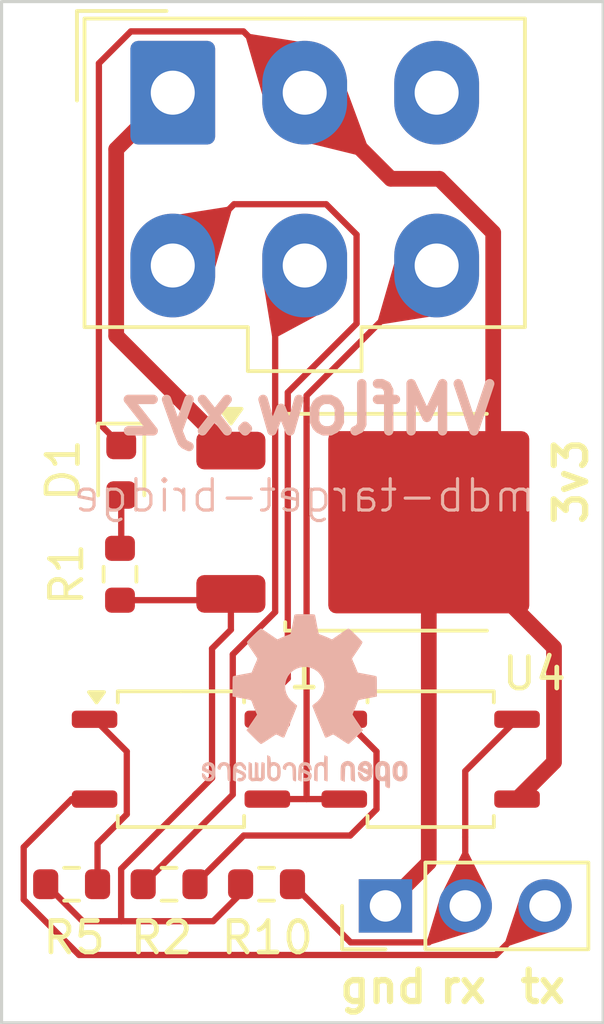
<source format=kicad_pcb>
(kicad_pcb (version 20241229) (generator "pcbnew") (generator_version "9.0")
  (layers (0 "F.Cu" signal) (2 "B.Cu" signal) (13 "F.Paste" user) (15 "B.Paste" user) (5 "F.SilkS" user "F.Silkscreen") (7 "B.SilkS" user "B.Silkscreen") (1 "F.Mask" user) (3 "B.Mask" user) (25 "Edge.Cuts" user))
  (net 0 "")
  (net 1 "Net-(D1-A)")
  (net 2 "+3V3")
  (net 3 "GND")
  (net 4 "/rx")
  (net 5 "/tx")
  (net 6 "/vin")
  (net 7 "/mdb_master_transmit")
  (net 8 "/mdb_communications_common")
  (net 9 "/mdb_master_receive")
  (net 11 "Net-(R2-Pad2)")
  (net 12 "Net-(R5-Pad2)")
  (footprint "Connector_PinHeader_2.54mm:PinHeader_1x03_P2.54mm_Vertical" (layer "F.Cu") (at 190.570476 111.87 90)
    (property "Reference" "J2" (hide yes))
    (property "Value" "Conn_01x03_Pin" (hide yes))
    (fp_line (start -1.38 -1.38) (end 0 -1.38) (stroke (width 0.12)) (layer "F.SilkS"))
    (fp_line (start -1.38 0) (end -1.38 -1.38) (stroke (width 0.12)) (layer "F.SilkS"))
    (fp_line (start 1.38 1.27) (end 1.38 6.46) (stroke (width 0.12)) (layer "F.SilkS"))
    (fp_line (start -1.38 1.27) (end 1.38 1.27) (stroke (width 0.12)) (layer "F.SilkS"))
    (fp_line (start -1.38 1.27) (end -1.38 6.46) (stroke (width 0.12)) (layer "F.SilkS"))
    (fp_line (start -1.38 6.46) (end 1.38 6.46) (stroke (width 0.12)) (layer "F.SilkS"))
    (pad "1" thru_hole rect (at 0 0 90) (size 1.7 1.7) (drill 1) (layers "*.Cu" "*.Mask") (net 3 "GND"))
    (pad "2" thru_hole circle (at 0 2.54 90) (size 1.7 1.7) (drill 1) (layers "*.Cu" "*.Mask") (net 4 "/rx"))
    (pad "3" thru_hole circle (at 0 5.08 90) (size 1.7 1.7) (drill 1) (layers "*.Cu" "*.Mask") (net 5 "/tx"))
  )
  (footprint "Resistor_SMD:R_0603_1608Metric" (layer "F.Cu") (at 180.58 111.18)
    (property "Reference" "R5" (at 0.08 1.7 0) (layer "F.SilkS"))
    (property "Value" "470ohm" (hide yes))
    (fp_line (start -0.237258 -0.5225) (end 0.237258 -0.5225) (stroke (width 0.12)) (layer "F.SilkS"))
    (fp_line (start -0.237258 0.5225) (end 0.237258 0.5225) (stroke (width 0.12)) (layer "F.SilkS"))
    (pad "1" smd roundrect (at -0.825 0) (size 0.8 0.95) (layers "F.Cu" "F.Mask" "F.Paste") (net 2 "+3V3"))
    (pad "2" smd roundrect (at 0.825 0) (size 0.8 0.95) (layers "F.Cu" "F.Mask" "F.Paste") (net 12 "Net-(R5-Pad2)"))
  )
  (footprint "Resistor_SMD:R_0603_1608Metric" (layer "F.Cu") (at 183.6825 111.18)
    (property "Reference" "R2" (at -0.237258 1.7 180) (layer "F.SilkS"))
    (property "Value" "470ohm" (hide yes))
    (fp_line (start -0.237258 -0.5225) (end 0.237258 -0.5225) (stroke (width 0.12)) (layer "F.SilkS"))
    (fp_line (start -0.237258 0.5225) (end 0.237258 0.5225) (stroke (width 0.12)) (layer "F.SilkS"))
    (pad "1" smd roundrect (at -0.825 0) (size 0.8 0.95) (layers "F.Cu" "F.Mask" "F.Paste") (net 7 "/mdb_master_transmit"))
    (pad "2" smd roundrect (at 0.825 0) (size 0.8 0.95) (layers "F.Cu" "F.Mask" "F.Paste") (net 11 "Net-(R2-Pad2)"))
  )
  (footprint "LED_SMD:LED_0603_1608Metric" (layer "F.Cu") (at 182.16 98.005 -90)
    (property "Reference" "D1" (at 0 1.85 90) (layer "F.SilkS"))
    (property "Value" "LED" (hide yes))
    (fp_line (start -1.485 0.735) (end 0.8 0.735) (stroke (width 0.12)) (layer "F.SilkS"))
    (fp_line (start -1.485 -0.735) (end -1.485 0.735) (stroke (width 0.12)) (layer "F.SilkS"))
    (fp_line (start 0.8 -0.735) (end -1.485 -0.735) (stroke (width 0.12)) (layer "F.SilkS"))
    (pad "1" smd roundrect (at -0.7875 0 270) (size 0.875 0.95) (layers "F.Cu" "F.Mask" "F.Paste") (net 3 "GND"))
    (pad "2" smd roundrect (at 0.7875 0 270) (size 0.875 0.95) (layers "F.Cu" "F.Mask" "F.Paste") (net 1 "Net-(D1-A)"))
  )
  (footprint "Resistor_SMD:R_0603_1608Metric" (layer "F.Cu") (at 186.785 111.18)
    (property "Reference" "R10" (at 0.025 1.7 0) (layer "F.SilkS"))
    (property "Value" "1k" (hide yes))
    (fp_line (start -0.237258 -0.5225) (end 0.237258 -0.5225) (stroke (width 0.12)) (layer "F.SilkS"))
    (fp_line (start -0.237258 0.5225) (end 0.237258 0.5225) (stroke (width 0.12)) (layer "F.SilkS"))
    (pad "1" smd roundrect (at -0.825 0) (size 0.8 0.95) (layers "F.Cu" "F.Mask" "F.Paste") (net 2 "+3V3"))
    (pad "2" smd roundrect (at 0.825 0) (size 0.8 0.95) (layers "F.Cu" "F.Mask" "F.Paste") (net 4 "/rx"))
  )
  (footprint "Resistor_SMD:R_0603_1608Metric" (layer "F.Cu") (at 182.12 101.315 -90)
    (property "Reference" "R1" (at 0 1.7 90) (layer "F.SilkS"))
    (property "Value" "1k" (hide yes))
    (fp_line (start -0.237258 0.5225) (end 0.237258 0.5225) (stroke (width 0.12)) (layer "F.SilkS"))
    (fp_line (start -0.237258 -0.5225) (end 0.237258 -0.5225) (stroke (width 0.12)) (layer "F.SilkS"))
    (pad "1" smd roundrect (at -0.825 0 270) (size 0.8 0.95) (layers "F.Cu" "F.Mask" "F.Paste") (net 1 "Net-(D1-A)"))
    (pad "2" smd roundrect (at 0.825 0 270) (size 0.8 0.95) (layers "F.Cu" "F.Mask" "F.Paste") (net 2 "+3V3"))
  )
  (footprint "Package_SO:SOP-4_3.8x4.1mm_P2.54mm" (layer "F.Cu") (at 192.01 107.2)
    (property "Reference" "U4" (at 3.3 -2.72 0) (layer "F.SilkS"))
    (property "Value" "TLP785" (hide yes))
    (fp_line (start -2.01 -2.16) (end -2.01 -1.805) (stroke (width 0.12)) (layer "F.SilkS"))
    (fp_line (start -2.01 2.16) (end -2.01 1.805) (stroke (width 0.12)) (layer "F.SilkS"))
    (fp_line (start 0 -2.16) (end -2.01 -2.16) (stroke (width 0.12)) (layer "F.SilkS"))
    (fp_line (start 0 -2.16) (end 2.01 -2.16) (stroke (width 0.12)) (layer "F.SilkS"))
    (fp_line (start 0 2.16) (end -2.01 2.16) (stroke (width 0.12)) (layer "F.SilkS"))
    (fp_line (start 0 2.16) (end 2.01 2.16) (stroke (width 0.12)) (layer "F.SilkS"))
    (fp_line (start 2.01 -2.16) (end 2.01 -1.805) (stroke (width 0.12)) (layer "F.SilkS"))
    (fp_line (start 2.01 2.16) (end 2.01 1.805) (stroke (width 0.12)) (layer "F.SilkS"))
    (fp_poly (pts (xy -2.6875 -1.805) (xy -2.9275 -2.135) (xy -2.4475 -2.135)) (stroke (width 0.12)) (fill yes) (layer "F.SilkS"))
    (pad "1" smd roundrect (at -2.75 -1.27) (size 1.45 0.55) (layers "F.Cu" "F.Mask" "F.Paste") (net 11 "Net-(R2-Pad2)"))
    (pad "2" smd roundrect (at -2.75 1.27) (size 1.45 0.55) (layers "F.Cu" "F.Mask" "F.Paste") (net 8 "/mdb_communications_common"))
    (pad "3" smd roundrect (at 2.75 1.27) (size 1.45 0.55) (layers "F.Cu" "F.Mask" "F.Paste") (net 3 "GND"))
    (pad "4" smd roundrect (at 2.75 -1.27) (size 1.45 0.55) (layers "F.Cu" "F.Mask" "F.Paste") (net 4 "/rx"))
  )
  (footprint "Package_SO:SOP-4_3.8x4.1mm_P2.54mm" (layer "F.Cu") (at 184.06 107.2)
    (property "Reference" "U1" (at 3.4 -2.75 0) (layer "F.SilkS"))
    (property "Value" "TLP785" (hide yes))
    (fp_line (start -2.01 -2.16) (end -2.01 -1.805) (stroke (width 0.12)) (layer "F.SilkS"))
    (fp_line (start -2.01 2.16) (end -2.01 1.805) (stroke (width 0.12)) (layer "F.SilkS"))
    (fp_line (start 0 -2.16) (end -2.01 -2.16) (stroke (width 0.12)) (layer "F.SilkS"))
    (fp_line (start 0 -2.16) (end 2.01 -2.16) (stroke (width 0.12)) (layer "F.SilkS"))
    (fp_line (start 0 2.16) (end -2.01 2.16) (stroke (width 0.12)) (layer "F.SilkS"))
    (fp_line (start 0 2.16) (end 2.01 2.16) (stroke (width 0.12)) (layer "F.SilkS"))
    (fp_line (start 2.01 -2.16) (end 2.01 -1.805) (stroke (width 0.12)) (layer "F.SilkS"))
    (fp_line (start 2.01 2.16) (end 2.01 1.805) (stroke (width 0.12)) (layer "F.SilkS"))
    (fp_poly (pts (xy -2.6875 -1.805) (xy -2.9275 -2.135) (xy -2.4475 -2.135)) (stroke (width 0.12)) (fill yes) (layer "F.SilkS"))
    (pad "1" smd roundrect (at -2.75 -1.27) (size 1.45 0.55) (layers "F.Cu" "F.Mask" "F.Paste") (net 12 "Net-(R5-Pad2)"))
    (pad "2" smd roundrect (at -2.75 1.27) (size 1.45 0.55) (layers "F.Cu" "F.Mask" "F.Paste") (net 5 "/tx"))
    (pad "3" smd roundrect (at 2.75 1.27) (size 1.45 0.55) (layers "F.Cu" "F.Mask" "F.Paste") (net 8 "/mdb_communications_common"))
    (pad "4" smd roundrect (at 2.75 -1.27) (size 1.45 0.55) (layers "F.Cu" "F.Mask" "F.Paste") (net 9 "/mdb_master_receive"))
  )
  (footprint "Connector_Molex:Molex_Mini-Fit_Jr_5566-06A_2x03_P4.20mm_Vertical" (layer "F.Cu") (at 183.8 85.99)
    (property "Reference" "J1" (hide yes))
    (property "Value" "MDB_Connector" (hide yes))
    (fp_line (start -3.05 -2.6) (end -3.05 0.25) (stroke (width 0.12)) (layer "F.SilkS"))
    (fp_line (start -2.81 -2.36) (end -2.81 7.46) (stroke (width 0.12)) (layer "F.SilkS"))
    (fp_line (start -2.81 7.46) (end 2.39 7.46) (stroke (width 0.12)) (layer "F.SilkS"))
    (fp_line (start -0.2 -2.6) (end -3.05 -2.6) (stroke (width 0.12)) (layer "F.SilkS"))
    (fp_line (start 2.39 7.46) (end 2.39 8.86) (stroke (width 0.12)) (layer "F.SilkS"))
    (fp_line (start 2.39 8.86) (end 4.2 8.86) (stroke (width 0.12)) (layer "F.SilkS"))
    (fp_line (start 4.2 -2.36) (end -2.81 -2.36) (stroke (width 0.12)) (layer "F.SilkS"))
    (fp_line (start 4.2 -2.36) (end 11.21 -2.36) (stroke (width 0.12)) (layer "F.SilkS"))
    (fp_line (start 6.01 7.46) (end 6.01 8.86) (stroke (width 0.12)) (layer "F.SilkS"))
    (fp_line (start 6.01 8.86) (end 4.2 8.86) (stroke (width 0.12)) (layer "F.SilkS"))
    (fp_line (start 11.21 -2.36) (end 11.21 7.46) (stroke (width 0.12)) (layer "F.SilkS"))
    (fp_line (start 11.21 7.46) (end 6.01 7.46) (stroke (width 0.12)) (layer "F.SilkS"))
    (pad "1" thru_hole roundrect (at 0 0) (size 2.7 3.3) (drill 1.4) (layers "*.Cu" "*.Mask") (roundrect_rratio 0.092593) (net 6 "/vin"))
    (pad "2" thru_hole oval (at 4.2 0) (size 2.7 3.3) (drill 1.4) (layers "*.Cu" "*.Mask") (net 3 "GND"))
    (pad "3" thru_hole oval (at 8.4 0) (size 2.7 3.3) (drill 1.4) (layers "*.Cu" "*.Mask"))
    (pad "4" thru_hole oval (at 0 5.5) (size 2.7 3.3) (drill 1.4) (layers "*.Cu" "*.Mask") (net 9 "/mdb_master_receive"))
    (pad "5" thru_hole oval (at 4.2 5.5) (size 2.7 3.3) (drill 1.4) (layers "*.Cu" "*.Mask") (net 7 "/mdb_master_transmit"))
    (pad "6" thru_hole oval (at 8.4 5.5) (size 2.7 3.3) (drill 1.4) (layers "*.Cu" "*.Mask") (net 8 "/mdb_communications_common"))
  )
  (footprint "Package_TO_SOT_SMD:TO-252-2" (layer "F.Cu") (at 190.69 99.66)
    (property "Reference" "U2" (hide yes))
    (property "Value" "KA78M05_TO252" (hide yes))
    (fp_line (start -3.31 -3.45) (end -3.31 -3.18) (stroke (width 0.12)) (layer "F.SilkS"))
    (fp_line (start -3.31 3.45) (end -3.31 3.18) (stroke (width 0.12)) (layer "F.SilkS"))
    (fp_line (start 3.11 -3.45) (end -3.31 -3.45) (stroke (width 0.12)) (layer "F.SilkS"))
    (fp_line (start 3.11 3.45) (end -3.31 3.45) (stroke (width 0.12)) (layer "F.SilkS"))
    (fp_poly (pts (xy -5.04 -3.14) (xy -5.38 -3.61) (xy -4.7 -3.61)) (stroke (width 0.12)) (fill yes) (layer "F.SilkS"))
    (pad "1" smd roundrect (at -5.04 -2.28) (size 2.2 1.2) (layers "F.Cu" "F.Mask" "F.Paste") (roundrect_rratio 0.208333) (net 6 "/vin"))
    (pad "2" smd roundrect (at 1.26 0) (size 6.4 5.8) (layers "F.Cu" "F.Mask") (roundrect_rratio 0.043103) (net 3 "GND"))
    (pad "3" smd roundrect (at -5.04 2.28) (size 2.2 1.2) (layers "F.Cu" "F.Mask" "F.Paste") (roundrect_rratio 0.208333) (net 2 "+3V3"))
  )
  (footprint "Symbol:OSHW-Logo2_7.3x6mm_SilkScreen" (layer "B.Cu") (at 188 105.35 180)
    (property "Reference" "REF**" (hide yes))
    (property "Value" "OSHW-Logo2_7.3x6mm_SilkScreen" (hide yes))
    (fp_poly (pts (xy 2.6526 -1.958752) (xy 2.669948 -1.966334) (xy 2.711356 -1.999128) (xy 2.746765 -2.046547) (xy 2.768664 -2.097151) (xy 2.772229 -2.122098) (xy 2.760279 -2.156927) (xy 2.734067 -2.175357) (xy 2.705964 -2.186516) (xy 2.693095 -2.188572) (xy 2.686829 -2.173649) (xy 2.674456 -2.141175) (xy 2.669028 -2.126502) (xy 2.63859 -2.075744) (xy 2.59452 -2.050427) (xy 2.53801 -2.051206) (xy 2.533825 -2.052203) (xy 2.503655 -2.066507) (xy 2.481476 -2.094393) (xy 2.466327 -2.139287) (xy 2.45725 -2.204615) (xy 2.453286 -2.293804) (xy 2.452914 -2.341261) (xy 2.45273 -2.416071) (xy 2.451522 -2.467069) (xy 2.448309 -2.499471) (xy 2.442109 -2.518495) (xy 2.43194 -2.529356) (xy 2.416819 -2.537272) (xy 2.415946 -2.53767) (xy 2.386828 -2.549981) (xy 2.372403 -2.554514) (xy 2.370186 -2.540809) (xy 2.368289 -2.502925) (xy 2.366847 -2.445715) (xy 2.365998 -2.374027) (xy 2.365829 -2.321565) (xy 2.366692 -2.220047) (xy 2.37007 -2.143032) (xy 2.377142 -2.086023) (xy 2.389088 -2.044526) (xy 2.40709 -2.014043) (xy 2.432327 -1.99008) (xy 2.457247 -1.973355) (xy 2.517171 -1.951097) (xy 2.586911 -1.946076) (xy 2.6526 -1.958752)) (stroke (width 0.01)) (fill yes) (layer "B.SilkS"))
    (fp_poly (pts (xy -1.283907 -1.92778) (xy -1.237328 -1.954723) (xy -1.204943 -1.981466) (xy -1.181258 -2.009484) (xy -1.164941 -2.043748) (xy -1.154661 -2.089227) (xy -1.149086 -2.150892) (xy -1.146884 -2.233711) (xy -1.146629 -2.293246) (xy -1.146629 -2.512391) (xy -1.208314 -2.540044) (xy -1.27 -2.567697) (xy -1.277257 -2.32767) (xy -1.280256 -2.238028) (xy -1.283402 -2.172962) (xy -1.287299 -2.128026) (xy -1.292553 -2.09877) (xy -1.299769 -2.080748) (xy -1.30955 -2.069511) (xy -1.312688 -2.067079) (xy -1.360239 -2.048083) (xy -1.408303 -2.0556) (xy -1.436914 -2.075543) (xy -1.448553 -2.089675) (xy -1.456609 -2.10822) (xy -1.461729 -2.136334) (xy -1.464559 -2.179173) (xy -1.465744 -2.241895) (xy -1.465943 -2.307261) (xy -1.465982 -2.389268) (xy -1.467386 -2.447316) (xy -1.472086 -2.486465) (xy -1.482013 -2.51178) (xy -1.499097 -2.528323) (xy -1.525268 -2.541156) (xy -1.560225 -2.554491) (xy -1.598404 -2.569007) (xy -1.593859 -2.311389) (xy -1.592029 -2.218519) (xy -1.589888 -2.149889) (xy -1.586819 -2.100711) (xy -1.582206 -2.066198) (xy -1.575432 -2.041562) (xy -1.565881 -2.022016) (xy -1.554366 -2.00477) (xy -1.49881 -1.94968) (xy -1.43102 -1.917822) (xy -1.357287 -1.910191) (xy -1.283907 -1.92778)) (stroke (width 0.01)) (fill yes) (layer "B.SilkS"))
    (fp_poly (pts (xy 0.529926 -1.949755) (xy 0.595858 -1.974084) (xy 0.649273 -2.017117) (xy 0.670164 -2.047409) (xy 0.692939 -2.102994) (xy 0.692466 -2.143186) (xy 0.668562 -2.170217) (xy 0.659717 -2.174813) (xy 0.62153 -2.189144) (xy 0.602028 -2.185472) (xy 0.595422 -2.161407) (xy 0.595086 -2.148114) (xy 0.582992 -2.09921) (xy 0.551471 -2.064999) (xy 0.507659 -2.048476) (xy 0.458695 -2.052634) (xy 0.418894 -2.074227) (xy 0.40545 -2.086544) (xy 0.395921 -2.101487) (xy 0.389485 -2.124075) (xy 0.385317 -2.159328) (xy 0.382597 -2.212266) (xy 0.380502 -2.287907) (xy 0.37996 -2.311857) (xy 0.377981 -2.39379) (xy 0.375731 -2.451455) (xy 0.372357 -2.489608) (xy 0.367006 -2.513004) (xy 0.358824 -2.526398) (xy 0.346959 -2.534545) (xy 0.339362 -2.538144) (xy 0.307102 -2.550452) (xy 0.288111 -2.554514) (xy 0.281836 -2.540948) (xy 0.278006 -2.499934) (xy 0.2766 -2.430999) (xy 0.277598 -2.333669) (xy 0.277908 -2.318657) (xy 0.280101 -2.229859) (xy 0.282693 -2.165019) (xy 0.286382 -2.119067) (xy 0.291864 -2.086935) (xy 0.299835 -2.063553) (xy 0.310993 -2.043852) (xy 0.31683 -2.03541) (xy 0.350296 -1.998057) (xy 0.387727 -1.969003) (xy 0.392309 -1.966467) (xy 0.459426 -1.946443) (xy 0.529926 -1.949755)) (stroke (width 0.01)) (fill yes) (layer "B.SilkS"))
    (fp_poly (pts (xy 1.779833 -1.958663) (xy 1.782048 -1.99685) (xy 1.783784 -2.054886) (xy 1.784899 -2.12818) (xy 1.785257 -2.205055) (xy 1.785257 -2.465196) (xy 1.739326 -2.511127) (xy 1.707675 -2.539429) (xy 1.67989 -2.550893) (xy 1.641915 -2.550168) (xy 1.62684 -2.548321) (xy 1.579726 -2.542948) (xy 1.540756 -2.539869) (xy 1.531257 -2.539585) (xy 1.499233 -2.541445) (xy 1.453432 -2.546114) (xy 1.435674 -2.548321) (xy 1.392057 -2.551735) (xy 1.362745 -2.54432) (xy 1.33368 -2.521427) (xy 1.323188 -2.511127) (xy 1.277257 -2.465196) (xy 1.277257 -1.978602) (xy 1.314226 -1.961758) (xy 1.346059 -1.949282) (xy 1.364683 -1.944914) (xy 1.369458 -1.958718) (xy 1.373921 -1.997286) (xy 1.377775 -2.056356) (xy 1.380722 -2.131663) (xy 1.382143 -2.195286) (xy 1.386114 -2.445657) (xy 1.420759 -2.450556) (xy 1.452268 -2.447131) (xy 1.467708 -2.436041) (xy 1.472023 -2.415308) (xy 1.475708 -2.371145) (xy 1.478469 -2.309146) (xy 1.480012 -2.234909) (xy 1.480235 -2.196706) (xy 1.480457 -1.976783) (xy 1.526166 -1.960849) (xy 1.558518 -1.950015) (xy 1.576115 -1.944962) (xy 1.576623 -1.944914) (xy 1.578388 -1.958648) (xy 1.580329 -1.99673) (xy 1.582282 -2.054482) (xy 1.584084 -2.127227) (xy 1.585343 -2.195286) (xy 1.589314 -2.445657) (xy 1.6764 -2.445657) (xy 1.680396 -2.21724) (xy 1.684392 -1.988822) (xy 1.726847 -1.966868) (xy 1.758192 -1.951793) (xy 1.776744 -1.944951) (xy 1.777279 -1.944914) (xy 1.779833 -1.958663)) (stroke (width 0.01)) (fill yes) (layer "B.SilkS"))
    (fp_poly (pts (xy -0.624114 -1.851289) (xy -0.619861 -1.910613) (xy -0.614975 -1.945572) (xy -0.608205 -1.96082) (xy -0.598298 -1.961015) (xy -0.595086 -1.959195) (xy -0.552356 -1.946015) (xy -0.496773 -1.946785) (xy -0.440263 -1.960333) (xy -0.404918 -1.977861) (xy -0.368679 -2.005861) (xy -0.342187 -2.037549) (xy -0.324001 -2.077813) (xy -0.312678 -2.131543) (xy -0.306778 -2.203626) (xy -0.304857 -2.298951) (xy -0.304823 -2.317237) (xy -0.3048 -2.522646) (xy -0.350509 -2.53858) (xy -0.382973 -2.54942) (xy -0.400785 -2.554468) (xy -0.401309 -2.554514) (xy -0.403063 -2.540828) (xy -0.404556 -2.503076) (xy -0.405674 -2.446224) (xy -0.406303 -2.375234) (xy -0.4064 -2.332073) (xy -0.406602 -2.246973) (xy -0.407642 -2.185981) (xy -0.410169 -2.144177) (xy -0.414836 -2.116642) (xy -0.422293 -2.098456) (xy -0.433189 -2.084698) (xy -0.439993 -2.078073) (xy -0.486728 -2.051375) (xy -0.537728 -2.049375) (xy -0.583999 -2.071955) (xy -0.592556 -2.080107) (xy -0.605107 -2.095436) (xy -0.613812 -2.113618) (xy -0.619369 -2.139909) (xy -0.622474 -2.179562) (xy -0.623824 -2.237832) (xy -0.624114 -2.318173) (xy -0.624114 -2.522646) (xy -0.669823 -2.53858) (xy -0.702287 -2.54942) (xy -0.720099 -2.554468) (xy -0.720623 -2.554514) (xy -0.721963 -2.540623) (xy -0.723172 -2.501439) (xy -0.724199 -2.4407) (xy -0.724998 -2.362141) (xy -0.725519 -2.269498) (xy -0.725714 -2.166509) (xy -0.725714 -1.769342) (xy -0.678543 -1.749444) (xy -0.631371 -1.729547) (xy -0.624114 -1.851289)) (stroke (width 0.01)) (fill yes) (layer "B.SilkS"))
    (fp_poly (pts (xy -2.958885 -1.921962) (xy -2.890855 -1.957733) (xy -2.840649 -2.015301) (xy -2.822815 -2.052312) (xy -2.808937 -2.107882) (xy -2.801833 -2.178096) (xy -2.80116 -2.254727) (xy -2.806573 -2.329552) (xy -2.81773 -2.394342) (xy -2.834286 -2.440873) (xy -2.839374 -2.448887) (xy -2.899645 -2.508707) (xy -2.971231 -2.544535) (xy -3.048908 -2.55502) (xy -3.127452 -2.53881) (xy -3.149311 -2.529092) (xy -3.191878 -2.499143) (xy -3.229237 -2.459433) (xy -3.232768 -2.454397) (xy -3.247119 -2.430124) (xy -3.256606 -2.404178) (xy -3.26221 -2.370022) (xy -3.264914 -2.321119) (xy -3.265701 -2.250935) (xy -3.265714 -2.2352) (xy -3.265678 -2.230192) (xy -3.120571 -2.230192) (xy -3.119727 -2.29643) (xy -3.116404 -2.340386) (xy -3.109417 -2.368779) (xy -3.097584 -2.388325) (xy -3.091543 -2.394857) (xy -3.056814 -2.41968) (xy -3.023097 -2.418548) (xy -2.989005 -2.397016) (xy -2.968671 -2.374029) (xy -2.956629 -2.340478) (xy -2.949866 -2.287569) (xy -2.949402 -2.281399) (xy -2.948248 -2.185513) (xy -2.960312 -2.114299) (xy -2.98543 -2.068194) (xy -3.02344 -2.047635) (xy -3.037008 -2.046514) (xy -3.072636 -2.052152) (xy -3.097006 -2.071686) (xy -3.111907 -2.109042) (xy -3.119125 -2.16815) (xy -3.120571 -2.230192) (xy -3.265678 -2.230192) (xy -3.265174 -2.160413) (xy -3.262904 -2.108159) (xy -3.257932 -2.071949) (xy -3.249287 -2.045299) (xy -3.235995 -2.021722) (xy -3.233057 -2.017338) (xy -3.183687 -1.958249) (xy -3.129891 -1.923947) (xy -3.064398 -1.910331) (xy -3.042158 -1.909665) (xy -2.958885 -1.921962)) (stroke (width 0.01)) (fill yes) (layer "B.SilkS"))
    (fp_poly (pts (xy 3.153595 -1.966966) (xy 3.211021 -2.004497) (xy 3.238719 -2.038096) (xy 3.260662 -2.099064) (xy 3.262405 -2.147308) (xy 3.258457 -2.211816) (xy 3.109686 -2.276934) (xy 3.037349 -2.310202) (xy 2.990084 -2.336964) (xy 2.965507 -2.360144) (xy 2.961237 -2.382667) (xy 2.974889 -2.407455) (xy 2.989943 -2.423886) (xy 3.033746 -2.450235) (xy 3.081389 -2.452081) (xy 3.125145 -2.431546) (xy 3.157289 -2.390752) (xy 3.163038 -2.376347) (xy 3.190576 -2.331356) (xy 3.222258 -2.312182) (xy 3.265714 -2.295779) (xy 3.265714 -2.357966) (xy 3.261872 -2.400283) (xy 3.246823 -2.435969) (xy 3.21528 -2.476943) (xy 3.210592 -2.482267) (xy 3.175506 -2.51872) (xy 3.145347 -2.538283) (xy 3.107615 -2.547283) (xy 3.076335 -2.55023) (xy 3.020385 -2.550965) (xy 2.980555 -2.54166) (xy 2.955708 -2.527846) (xy 2.916656 -2.497467) (xy 2.889625 -2.464613) (xy 2.872517 -2.423294) (xy 2.863238 -2.367521) (xy 2.859693 -2.291305) (xy 2.85941 -2.252622) (xy 2.860372 -2.206247) (xy 2.948007 -2.206247) (xy 2.949023 -2.231126) (xy 2.951556 -2.2352) (xy 2.968274 -2.229665) (xy 3.004249 -2.215017) (xy 3.052331 -2.19419) (xy 3.062386 -2.189714) (xy 3.123152 -2.158814) (xy 3.156632 -2.131657) (xy 3.16399 -2.10622) (xy 3.146391 -2.080481) (xy 3.131856 -2.069109) (xy 3.07941 -2.046364) (xy 3.030322 -2.050122) (xy 2.989227 -2.077884) (xy 2.960758 -2.127152) (xy 2.951631 -2.166257) (xy 2.948007 -2.206247) (xy 2.860372 -2.206247) (xy 2.861285 -2.162249) (xy 2.868196 -2.095384) (xy 2.881884 -2.046695) (xy 2.904096 -2.010849) (xy 2.936574 -1.982513) (xy 2.950733 -1.973355) (xy 3.015053 -1.949507) (xy 3.085473 -1.948006) (xy 3.153595 -1.966966)) (stroke (width 0.01)) (fill yes) (layer "B.SilkS"))
    (fp_poly (pts (xy 1.190117 -2.065358) (xy 1.189933 -2.173837) (xy 1.189219 -2.257287) (xy 1.187675 -2.319704) (xy 1.185001 -2.365085) (xy 1.180894 -2.397429) (xy 1.175055 -2.420733) (xy 1.167182 -2.438995) (xy 1.161221 -2.449418) (xy 1.111855 -2.505945) (xy 1.049264 -2.541377) (xy 0.980013 -2.55409) (xy 0.910668 -2.542463) (xy 0.869375 -2.521568) (xy 0.826025 -2.485422) (xy 0.796481 -2.441276) (xy 0.778655 -2.383462) (xy 0.770463 -2.306313) (xy 0.769302 -2.249714) (xy 0.769458 -2.245647) (xy 0.870857 -2.245647) (xy 0.871476 -2.31055) (xy 0.874314 -2.353514) (xy 0.88084 -2.381622) (xy 0.892523 -2.401953) (xy 0.906483 -2.417288) (xy 0.953365 -2.44689) (xy 1.003701 -2.449419) (xy 1.051276 -2.424705) (xy 1.054979 -2.421356) (xy 1.070783 -2.403935) (xy 1.080693 -2.383209) (xy 1.086058 -2.352362) (xy 1.088228 -2.304577) (xy 1.088571 -2.251748) (xy 1.087827 -2.185381) (xy 1.084748 -2.141106) (xy 1.078061 -2.112009) (xy 1.066496 -2.091173) (xy 1.057013 -2.080107) (xy 1.01296 -2.052198) (xy 0.962224 -2.048843) (xy 0.913796 -2.070159) (xy 0.90445 -2.078073) (xy 0.88854 -2.095647) (xy 0.87861 -2.116587) (xy 0.873278 -2.147782) (xy 0.871163 -2.196122) (xy 0.870857 -2.245647) (xy 0.769458 -2.245647) (xy 0.77281 -2.158568) (xy 0.784726 -2.090086) (xy 0.807135 -2.0386) (xy 0.842124 -1.998443) (xy 0.869375 -1.977861) (xy 0.918907 -1.955625) (xy 0.976316 -1.945304) (xy 1.029682 -1.948067) (xy 1.059543 -1.959212) (xy 1.071261 -1.962383) (xy 1.079037 -1.950557) (xy 1.084465 -1.918866) (xy 1.088571 -1.870593) (xy 1.093067 -1.816829) (xy 1.099313 -1.784482) (xy 1.110676 -1.765985) (xy 1.130528 -1.75377) (xy 1.143 -1.748362) (xy 1.190171 -1.728601) (xy 1.190117 -2.065358)) (stroke (width 0.01)) (fill yes) (layer "B.SilkS"))
    (fp_poly (pts (xy -1.831697 -1.931239) (xy -1.774473 -1.969735) (xy -1.730251 -2.025335) (xy -1.703833 -2.096086) (xy -1.69849 -2.148162) (xy -1.699097 -2.169893) (xy -1.704178 -2.186531) (xy -1.718145 -2.201437) (xy -1.745411 -2.217973) (xy -1.790388 -2.239498) (xy -1.857489 -2.269374) (xy -1.857829 -2.269524) (xy -1.919593 -2.297813) (xy -1.970241 -2.322933) (xy -2.004596 -2.342179) (xy -2.017482 -2.352848) (xy -2.017486 -2.352934) (xy -2.006128 -2.376166) (xy -1.979569 -2.401774) (xy -1.949077 -2.420221) (xy -1.93363 -2.423886) (xy -1.891485 -2.411212) (xy -1.855192 -2.379471) (xy -1.837483 -2.344572) (xy -1.820448 -2.318845) (xy -1.787078 -2.289546) (xy -1.747851 -2.264235) (xy -1.713244 -2.250471) (xy -1.706007 -2.249714) (xy -1.697861 -2.26216) (xy -1.69737 -2.293972) (xy -1.703357 -2.336866) (xy -1.714643 -2.382558) (xy -1.73005 -2.422761) (xy -1.730829 -2.424322) (xy -1.777196 -2.489062) (xy -1.837289 -2.533097) (xy -1.905535 -2.554711) (xy -1.976362 -2.552185) (xy -2.044196 -2.523804) (xy -2.047212 -2.521808) (xy -2.100573 -2.473448) (xy -2.13566 -2.410352) (xy -2.155078 -2.327387) (xy -2.157684 -2.304078) (xy -2.162299 -2.194055) (xy -2.156767 -2.142748) (xy -2.017486 -2.142748) (xy -2.015676 -2.174753) (xy -2.005778 -2.184093) (xy -1.981102 -2.177105) (xy -1.942205 -2.160587) (xy -1.898725 -2.139881) (xy -1.897644 -2.139333) (xy -1.860791 -2.119949) (xy -1.846 -2.107013) (xy -1.849647 -2.093451) (xy -1.865005 -2.075632) (xy -1.904077 -2.049845) (xy -1.946154 -2.04795) (xy -1.983897 -2.066717) (xy -2.009966 -2.102915) (xy -2.017486 -2.142748) (xy -2.156767 -2.142748) (xy -2.152806 -2.106027) (xy -2.12845 -2.036212) (xy -2.094544 -1.987302) (xy -2.033347 -1.937878) (xy -1.965937 -1.913359) (xy -1.89712 -1.911797) (xy -1.831697 -1.931239)) (stroke (width 0.01)) (fill yes) (layer "B.SilkS"))
    (fp_poly (pts (xy 0.039744 -1.950968) (xy 0.096616 -1.972087) (xy 0.097267 -1.972493) (xy 0.13244 -1.99838) (xy 0.158407 -2.028633) (xy 0.17667 -2.068058) (xy 0.188732 -2.121462) (xy 0.196096 -2.193651) (xy 0.200264 -2.289432) (xy 0.200629 -2.303078) (xy 0.205876 -2.508842) (xy 0.161716 -2.531678) (xy 0.129763 -2.54711) (xy 0.11047 -2.554423) (xy 0.109578 -2.554514) (xy 0.106239 -2.541022) (xy 0.103587 -2.504626) (xy 0.101956 -2.451452) (xy 0.1016 -2.408393) (xy 0.101592 -2.338641) (xy 0.098403 -2.294837) (xy 0.087288 -2.273944) (xy 0.063501 -2.272925) (xy 0.022296 -2.288741) (xy -0.039914 -2.317815) (xy -0.085659 -2.341963) (xy -0.109187 -2.362913) (xy -0.116104 -2.385747) (xy -0.116114 -2.386877) (xy -0.104701 -2.426212) (xy -0.070908 -2.447462) (xy -0.019191 -2.450539) (xy 0.018061 -2.450006) (xy 0.037703 -2.460735) (xy 0.049952 -2.486505) (xy 0.057002 -2.519337) (xy 0.046842 -2.537966) (xy 0.043017 -2.540632) (xy 0.007001 -2.55134) (xy -0.043434 -2.552856) (xy -0.095374 -2.545759) (xy -0.132178 -2.532788) (xy -0.183062 -2.489585) (xy -0.211986 -2.429446) (xy -0.217714 -2.382462) (xy -0.213343 -2.340082) (xy -0.197525 -2.305488) (xy -0.166203 -2.274763) (xy -0.115322 -2.24399) (xy -0.040824 -2.209252) (xy -0.036286 -2.207288) (xy 0.030821 -2.176287) (xy 0.072232 -2.150862) (xy 0.089981 -2.128014) (xy 0.086107 -2.104745) (xy 0.062643 -2.078056) (xy 0.055627 -2.071914) (xy 0.00863 -2.0481) (xy -0.040067 -2.049103) (xy -0.082478 -2.072451) (xy -0.110616 -2.115675) (xy -0.113231 -2.12416) (xy -0.138692 -2.165308) (xy -0.170999 -2.185128) (xy -0.217714 -2.20477) (xy -0.217714 -2.15395) (xy -0.203504 -2.080082) (xy -0.161325 -2.012327) (xy -0.139376 -1.989661) (xy -0.089483 -1.960569) (xy -0.026033 -1.9474) (xy 0.039744 -1.950968)) (stroke (width 0.01)) (fill yes) (layer "B.SilkS"))
    (fp_poly (pts (xy 2.144876 -1.956335) (xy 2.186667 -1.975344) (xy 2.219469 -1.998378) (xy 2.243503 -2.024133) (xy 2.260097 -2.057358) (xy 2.270577 -2.1028) (xy 2.276271 -2.165207) (xy 2.278507 -2.249327) (xy 2.278743 -2.304721) (xy 2.278743 -2.520826) (xy 2.241774 -2.53767) (xy 2.212656 -2.549981) (xy 2.198231 -2.554514) (xy 2.195472 -2.541025) (xy 2.193282 -2.504653) (xy 2.191942 -2.451542) (xy 2.191657 -2.409372) (xy 2.190434 -2.348447) (xy 2.187136 -2.300115) (xy 2.182321 -2.270518) (xy 2.178496 -2.264229) (xy 2.152783 -2.270652) (xy 2.112418 -2.287125) (xy 2.065679 -2.309458) (xy 2.020845 -2.333457) (xy 1.986193 -2.35493) (xy 1.970002 -2.369685) (xy 1.969938 -2.369845) (xy 1.97133 -2.397152) (xy 1.983818 -2.423219) (xy 2.005743 -2.444392) (xy 2.037743 -2.451474) (xy 2.065092 -2.450649) (xy 2.103826 -2.450042) (xy 2.124158 -2.459116) (xy 2.136369 -2.483092) (xy 2.137909 -2.487613) (xy 2.143203 -2.521806) (xy 2.129047 -2.542568) (xy 2.092148 -2.552462) (xy 2.052289 -2.554292) (xy 1.980562 -2.540727) (xy 1.943432 -2.521355) (xy 1.897576 -2.475845) (xy 1.873256 -2.419983) (xy 1.871073 -2.360957) (xy 1.891629 -2.305953) (xy 1.922549 -2.271486) (xy 1.95342 -2.252189) (xy 2.001942 -2.227759) (xy 2.058485 -2.202985) (xy 2.06791 -2.199199) (xy 2.130019 -2.171791) (xy 2.165822 -2.147634) (xy 2.177337 -2.123619) (xy 2.16658 -2.096635) (xy 2.148114 -2.075543) (xy 2.104469 -2.049572) (xy 2.056446 -2.047624) (xy 2.012406 -2.067637) (xy 1.980709 -2.107551) (xy 1.976549 -2.117848) (xy 1.952327 -2.155724) (xy 1.916965 -2.183842) (xy 1.872343 -2.206917) (xy 1.872343 -2.141485) (xy 1.874969 -2.101506) (xy 1.88623 -2.069997) (xy 1.911199 -2.036378) (xy 1.935169 -2.010484) (xy 1.972441 -1.973817) (xy 2.001401 -1.954121) (xy 2.032505 -1.94622) (xy 2.067713 -1.944914) (xy 2.144876 -1.956335)) (stroke (width 0.01)) (fill yes) (layer "B.SilkS"))
    (fp_poly (pts (xy -2.400256 -1.919918) (xy -2.344799 -1.947568) (xy -2.295852 -1.99848) (xy -2.282371 -2.017338) (xy -2.267686 -2.042015) (xy -2.258158 -2.068816) (xy -2.252707 -2.104587) (xy -2.250253 -2.156169) (xy -2.249714 -2.224267) (xy -2.252148 -2.317588) (xy -2.260606 -2.387657) (xy -2.276826 -2.439931) (xy -2.302546 -2.479869) (xy -2.339503 -2.512929) (xy -2.342218 -2.514886) (xy -2.37864 -2.534908) (xy -2.422498 -2.544815) (xy -2.478276 -2.547257) (xy -2.568952 -2.547257) (xy -2.56899 -2.635283) (xy -2.569834 -2.684308) (xy -2.574976 -2.713065) (xy -2.588413 -2.730311) (xy -2.614142 -2.744808) (xy -2.620321 -2.747769) (xy -2.649236 -2.761648) (xy -2.671624 -2.770414) (xy -2.688271 -2.771171) (xy -2.699964 -2.761023) (xy -2.70749 -2.737073) (xy -2.711634 -2.696426) (xy -2.713185 -2.636186) (xy -2.712929 -2.553455) (xy -2.711651 -2.445339) (xy -2.711252 -2.413) (xy -2.709815 -2.301524) (xy -2.708528 -2.228603) (xy -2.569029 -2.228603) (xy -2.568245 -2.290499) (xy -2.56476 -2.330997) (xy -2.556876 -2.357708) (xy -2.542895 -2.378244) (xy -2.533403 -2.38826) (xy -2.494596 -2.417567) (xy -2.460237 -2.419952) (xy -2.424784 -2.39575) (xy -2.423886 -2.394857) (xy -2.409461 -2.376153) (xy -2.400687 -2.350732) (xy -2.396261 -2.311584) (xy -2.394882 -2.251697) (xy -2.394857 -2.23843) (xy -2.398188 -2.155901) (xy -2.409031 -2.098691) (xy -2.42866 -2.063766) (xy -2.45835 -2.048094) (xy -2.475509 -2.046514) (xy -2.516234 -2.053926) (xy -2.544168 -2.07833) (xy -2.560983 -2.12298) (xy -2.56835 -2.19113) (xy -2.569029 -2.228603) (xy -2.708528 -2.228603) (xy -2.708292 -2.215245) (xy -2.706323 -2.150333) (xy -2.70355 -2.102958) (xy -2.699612 -2.06929) (xy -2.694151 -2.045498) (xy -2.686808 -2.027753) (xy -2.677223 -2.012224) (xy -2.673113 -2.006381) (xy -2.618595 -1.951185) (xy -2.549664 -1.91989) (xy -2.469928 -1.911165) (xy -2.400256 -1.919918)) (stroke (width 0.01)) (fill yes) (layer "B.SilkS"))
    (fp_poly (pts (xy 0.10391 2.757652) (xy 0.182454 2.757222) (xy 0.239298 2.756058) (xy 0.278105 2.753793) (xy 0.302538 2.75006) (xy 0.316262 2.744494) (xy 0.32294 2.736727) (xy 0.326236 2.726395) (xy 0.326556 2.725057) (xy 0.331562 2.700921) (xy 0.340829 2.653299) (xy 0.353392 2.587259) (xy 0.368287 2.507872) (xy 0.384551 2.420204) (xy 0.385119 2.417125) (xy 0.40141 2.331211) (xy 0.416652 2.255304) (xy 0.429861 2.193955) (xy 0.440054 2.151718) (xy 0.446248 2.133145) (xy 0.446543 2.132816) (xy 0.464788 2.123747) (xy 0.502405 2.108633) (xy 0.551271 2.090738) (xy 0.551543 2.090642) (xy 0.613093 2.067507) (xy 0.685657 2.038035) (xy 0.754057 2.008403) (xy 0.757294 2.006938) (xy 0.868702 1.956374) (xy 1.115399 2.12484) (xy 1.191077 2.176197) (xy 1.259631 2.222111) (xy 1.317088 2.25997) (xy 1.359476 2.287163) (xy 1.382825 2.301079) (xy 1.385042 2.302111) (xy 1.40201 2.297516) (xy 1.433701 2.275345) (xy 1.481352 2.234553) (xy 1.546198 2.174095) (xy 1.612397 2.109773) (xy 1.676214 2.046388) (xy 1.733329 1.988549) (xy 1.780305 1.939825) (xy 1.813703 1.90379) (xy 1.830085 1.884016) (xy 1.830694 1.882998) (xy 1.832505 1.869428) (xy 1.825683 1.847267) (xy 1.80854 1.813522) (xy 1.779393 1.7652) (xy 1.736555 1.699308) (xy 1.679448 1.614483) (xy 1.628766 1.539823) (xy 1.583461 1.47286) (xy 1.54615 1.417484) (xy 1.519452 1.37758) (xy 1.505985 1.357038) (xy 1.505137 1.355644) (xy 1.506781 1.335962) (xy 1.519245 1.297707) (xy 1.540048 1.248111) (xy 1.547462 1.232272) (xy 1.579814 1.16171) (xy 1.614328 1.081647) (xy 1.642365 1.012371) (xy 1.662568 0.960955) (xy 1.678615 0.921881) (xy 1.687888 0.901459) (xy 1.689041 0.899886) (xy 1.706096 0.897279) (xy 1.746298 0.890137) (xy 1.804302 0.879477) (xy 1.874763 0.866315) (xy 1.952335 0.851667) (xy 2.031672 0.836551) (xy 2.107431 0.821982) (xy 2.174264 0.808978) (xy 2.226828 0.798555) (xy 2.259776 0.79173) (xy 2.267857 0.789801) (xy 2.276205 0.785038) (xy 2.282506 0.774282) (xy 2.287045 0.753902) (xy 2.290104 0.720266) (xy 2.291967 0.669745) (xy 2.292918 0.598708) (xy 2.29324 0.503524) (xy 2.293257 0.464508) (xy 2.293257 0.147201) (xy 2.217057 0.132161) (xy 2.174663 0.124005) (xy 2.1114 0.112101) (xy 2.034962 0.097884) (xy 1.953043 0.08279) (xy 1.9304 0.078645) (xy 1.854806 0.063947) (xy 1.788953 0.049495) (xy 1.738366 0.036625) (xy 1.708574 0.026678) (xy 1.703612 0.023713) (xy 1.691426 0.002717) (xy 1.673953 -0.037967) (xy 1.654577 -0.090322) (xy 1.650734 -0.1016) (xy 1.625339 -0.171523) (xy 1.593817 -0.250418) (xy 1.562969 -0.321266) (xy 1.562817 -0.321595) (xy 1.511447 -0.432733) (xy 1.680399 -0.681253) (xy 1.849352 -0.929772) (xy 1.632429 -1.147058) (xy 1.566819 -1.211726) (xy 1.506979 -1.268733) (xy 1.456267 -1.315033) (xy 1.418046 -1.347584) (xy 1.395675 -1.363343) (xy 1.392466 -1.364343) (xy 1.373626 -1.356469) (xy 1.33518 -1.334578) (xy 1.28133 -1.301267) (xy 1.216276 -1.259131) (xy 1.14594 -1.211943) (xy 1.074555 -1.16381) (xy 1.010908 -1.121928) (xy 0.959041 -1.088871) (xy 0.922995 -1.067218) (xy 0.906867 -1.059543) (xy 0.887189 -1.066037) (xy 0.849875 -1.08315) (xy 0.802621 -1.107326) (xy 0.797612 -1.110013) (xy 0.733977 -1.141927) (xy 0.690341 -1.157579) (xy 0.663202 -1.157745) (xy 0.649057 -1.143204) (xy 0.648975 -1.143) (xy 0.641905 -1.125779) (xy 0.625042 -1.084899) (xy 0.599695 -1.023525) (xy 0.567171 -0.944819) (xy 0.528778 -0.851947) (xy 0.485822 -0.748072) (xy 0.444222 -0.647502) (xy 0.398504 -0.536516) (xy 0.356526 -0.433703) (xy 0.319548 -0.342215) (xy 0.288827 -0.265201) (xy 0.265622 -0.205815) (xy 0.25119 -0.167209) (xy 0.246743 -0.1528) (xy 0.257896 -0.136272) (xy 0.287069 -0.10993) (xy 0.325971 -0.080887) (xy 0.436757 0.010961) (xy 0.523351 0.116241) (xy 0.584716 0.232734) (xy 0.619815 0.358224) (xy 0.627608 0.490493) (xy 0.621943 0.551543) (xy 0.591078 0.678205) (xy 0.53792 0.790059) (xy 0.465767 0.885999) (xy 0.377917 0.964924) (xy 0.277665 1.02573) (xy 0.16831 1.067313) (xy 0.053147 1.088572) (xy -0.064525 1.088401) (xy -0.18141 1.065699) (xy -0.294211 1.019362) (xy -0.399631 0.948287) (xy -0.443632 0.908089) (xy -0.528021 0.804871) (xy -0.586778 0.692075) (xy -0.620296 0.57299) (xy -0.628965 0.450905) (xy -0.613177 0.329107) (xy -0.573322 0.210884) (xy -0.509793 0.099525) (xy -0.422979 -0.001684) (xy -0.325971 -0.080887) (xy -0.285563 -0.111162) (xy -0.257018 -0.137219) (xy -0.246743 -0.152825) (xy -0.252123 -0.169843) (xy -0.267425 -0.2105) (xy -0.291388 -0.271642) (xy -0.322756 -0.350119) (xy -0.360268 -0.44278) (xy -0.402667 -0.546472) (xy -0.444337 -0.647526) (xy -0.49031 -0.758607) (xy -0.532893 -0.861541) (xy -0.570779 -0.953165) (xy -0.60266 -1.030316) (xy -0.627229 -1.089831) (xy -0.64318 -1.128544) (xy -0.64909 -1.143) (xy -0.663052 -1.157685) (xy -0.69006 -1.157642) (xy -0.733587 -1.142099) (xy -0.79711 -1.110284) (xy -0.797612 -1.110013) (xy -0.84544 -1.085323) (xy -0.884103 -1.067338) (xy -0.905905 -1.059614) (xy -0.906867 -1.059543) (xy -0.923279 -1.067378) (xy -0.959513 -1.089165) (xy -1.011526 -1.122328) (xy -1.075275 -1.164291) (xy -1.14594 -1.211943) (xy -1.217884 -1.260191) (xy -1.282726 -1.302151) (xy -1.336265 -1.335227) (xy -1.374303 -1.356821) (xy -1.392467 -1.364343) (xy -1.409192 -1.354457) (xy -1.44282 -1.326826) (xy -1.48999 -1.284495) (xy -1.547342 -1.230505) (xy -1.611516 -1.167899) (xy -1.632503 -1.146983) (xy -1.849501 -0.929623) (xy -1.684332 -0.68722) (xy -1.634136 -0.612781) (xy -1.590081 -0.545972) (xy -1.554638 -0.490665) (xy -1.530281 -0.450729) (xy -1.519478 -0.430036) (xy -1.519162 -0.428563) (xy -1.524857 -0.409058) (xy -1.540174 -0.369822) (xy -1.562463 -0.31743) (xy -1.578107 -0.282355) (xy -1.607359 -0.215201) (xy -1.634906 -0.147358) (xy -1.656263 -0.090034) (xy -1.662065 -0.072572) (xy -1.678548 -0.025938) (xy -1.69466 0.010095) (xy -1.70351 0.023713) (xy -1.72304 0.032048) (xy -1.765666 0.043863) (xy -1.825855 0.057819) (xy -1.898078 0.072578) (xy -1.9304 0.078645) (xy -2.012478 0.093727) (xy -2.091205 0.108331) (xy -2.158891 0.12102) (xy -2.20784 0.130358) (xy -2.217057 0.132161) (xy -2.293257 0.147201) (xy -2.293257 0.464508) (xy -2.293086 0.568846) (xy -2.292384 0.647787) (xy -2.290866 0.704962) (xy -2.288251 0.744001) (xy -2.284254 0.768535) (xy -2.278591 0.782195) (xy -2.27098 0.788611) (xy -2.267857 0.789801) (xy -2.249022 0.79402) (xy -2.207412 0.802438) (xy -2.14837 0.814039) (xy -2.077243 0.827805) (xy -1.999375 0.84272) (xy -1.920113 0.857768) (xy -1.844802 0.871931) (xy -1.778787 0.884194) (xy -1.727413 0.893539) (xy -1.696025 0.89895) (xy -1.689041 0.899886) (xy -1.682715 0.912404) (xy -1.66871 0.945754) (xy -1.649645 0.993623) (xy -1.642366 1.012371) (xy -1.613004 1.084805) (xy -1.578429 1.16483) (xy -1.547463 1.232272) (xy -1.524677 1.283841) (xy -1.509518 1.326215) (xy -1.504458 1.352166) (xy -1.505264 1.355644) (xy -1.515959 1.372064) (xy -1.54038 1.408583) (xy -1.575905 1.461313) (xy -1.619913 1.526365) (xy -1.669783 1.599849) (xy -1.679644 1.614355) (xy -1.737508 1.700296) (xy -1.780044 1.765739) (xy -1.808946 1.813696) (xy -1.82591 1.84718) (xy -1.832633 1.869205) (xy -1.83081 1.882783) (xy -1.830764 1.882869) (xy -1.816414 1.900703) (xy -1.784677 1.935183) (xy -1.73899 1.982732) (xy -1.682796 2.039778) (xy -1.619532 2.102745) (xy -1.612398 2.109773) (xy -1.53267 2.18698) (xy -1.471143 2.24367) (xy -1.426579 2.28089) (xy -1.397743 2.299685) (xy -1.385042 2.302111) (xy -1.366506 2.291529) (xy -1.328039 2.267084) (xy -1.273614 2.231388) (xy -1.207202 2.187053) (xy -1.132775 2.136689) (xy -1.115399 2.12484) (xy -0.868703 1.956374) (xy -0.757294 2.006938) (xy -0.689543 2.036405) (xy -0.616817 2.066041) (xy -0.554297 2.08967) (xy -0.551543 2.090642) (xy -0.50264 2.108543) (xy -0.464943 2.12368) (xy -0.446575 2.13279) (xy -0.446544 2.132816) (xy -0.440715 2.149283) (xy -0.430808 2.189781) (xy -0.417805 2.249758) (xy -0.402691 2.32466) (xy -0.386448 2.409936) (xy -0.385119 2.417125) (xy -0.368825 2.504986) (xy -0.353867 2.58474) (xy -0.341209 2.651319) (xy -0.331814 2.699653) (xy -0.326646 2.724675) (xy -0.326556 2.725057) (xy -0.323411 2.735701) (xy -0.317296 2.743738) (xy -0.304547 2.749533) (xy -0.2815 2.753453) (xy -0.244491 2.755865) (xy -0.189856 2.757135) (xy -0.113933 2.757629) (xy -0.013056 2.757714) (xy 0 2.757714) (xy 0.10391 2.757652)) (stroke (width 0.01)) (fill yes) (layer "B.SilkS"))
  )
  (gr_rect (start 178.35 83.09) (end 197.5 115.59) (stroke (width 0.1)) (fill no) (layer "Edge.Cuts"))
  (gr_text "3v3" (at 197.06 99.826667 90) (layer "F.SilkS") (effects (font (size 1 1) (thickness 0.2) (bold yes)) (justify left bottom)))
  (gr_text "rx" (at 192.19619 115.03 0) (layer "F.SilkS") (effects (font (size 1 1) (thickness 0.2) (bold yes)) (justify left bottom)))
  (gr_text "gnd" (at 189.013333 115.03 0) (layer "F.SilkS") (effects (font (size 1 1) (thickness 0.2) (bold yes)) (justify left bottom)))
  (gr_text "tx" (at 194.76 115.03 0) (layer "F.SilkS") (effects (font (size 1 1) (thickness 0.2) (bold yes)) (justify left bottom)))
  (gr_text "mdb-target-bridge" (at 195.407144 99.4 0) (layer "B.SilkS") (effects (font (size 1 1) (thickness 0.1)) (justify left bottom mirror)))
  (gr_text "VMflow.xyz" (at 194.228572 96.95 0) (layer "B.SilkS") (effects (font (size 1.5 1.5) (thickness 0.3) (bold yes)) (justify left bottom mirror)))
  (segment (start 182.16 100.45) (end 182.12 100.49) (width 0.2) (layer "F.Cu") (net 1))
  (segment (start 182.16 98.7925) (end 182.16 100.45) (width 0.2) (layer "F.Cu") (net 1))
  (segment (start 185.05 107.798436) (end 182.1565 110.691936) (width 0.2) (layer "F.Cu") (net 2))
  (segment (start 185.96 111.483664) (end 185.086664 112.357) (width 0.2) (layer "F.Cu") (net 2))
  (segment (start 182.16 112.357) (end 180.932 112.357) (width 0.2) (layer "F.Cu") (net 2))
  (segment (start 180.932 112.357) (end 179.755 111.18) (width 0.2) (layer "F.Cu") (net 2))
  (segment (start 185.65 101.94) (end 185.65 103.08) (width 0.2) (layer "F.Cu") (net 2))
  (segment (start 185.05 103.68) (end 185.05 107.798436) (width 0.2) (layer "F.Cu") (net 2))
  (segment (start 185.96 111.18) (end 185.96 111.483664) (width 0.2) (layer "F.Cu") (net 2))
  (segment (start 182.1565 112.3535) (end 182.16 112.357) (width 0.2) (layer "F.Cu") (net 2))
  (segment (start 185.45 102.14) (end 185.65 101.94) (width 0.2) (layer "F.Cu") (net 2))
  (segment (start 185.65 103.08) (end 185.05 103.68) (width 0.2) (layer "F.Cu") (net 2))
  (segment (start 182.12 102.14) (end 185.45 102.14) (width 0.2) (layer "F.Cu") (net 2))
  (segment (start 185.086664 112.357) (end 182.16 112.357) (width 0.2) (layer "F.Cu") (net 2))
  (segment (start 182.1565 110.691936) (end 182.1565 112.3535) (width 0.2) (layer "F.Cu") (net 2))
  (segment (start 190.74 88.73) (end 192.286999 88.73) (width 0.5) (layer "F.Cu") (net 3))
  (segment (start 195.936 103.646) (end 195.936 107.294) (width 0.5) (layer "F.Cu") (net 3))
  (segment (start 194.001 97.609) (end 191.95 99.66) (width 0.5) (layer "F.Cu") (net 3))
  (segment (start 181.448 96.5055) (end 181.448 85.05584) (width 0.2) (layer "F.Cu") (net 3))
  (segment (start 190.570476 111.87) (end 191.95 110.490476) (width 0.5) (layer "F.Cu") (net 3))
  (segment (start 182.46484 84.039) (end 186.049 84.039) (width 0.2) (layer "F.Cu") (net 3))
  (segment (start 194.001 90.444001) (end 194.001 97.609) (width 0.5) (layer "F.Cu") (net 3))
  (segment (start 192.286999 88.73) (end 194.001 90.444001) (width 0.5) (layer "F.Cu") (net 3))
  (segment (start 191.95 99.66) (end 195.936 103.646) (width 0.5) (layer "F.Cu") (net 3))
  (segment (start 182.16 97.2175) (end 181.448 96.5055) (width 0.2) (layer "F.Cu") (net 3))
  (segment (start 195.936 107.294) (end 194.76 108.47) (width 0.5) (layer "F.Cu") (net 3))
  (segment (start 181.448 85.05584) (end 182.46484 84.039) (width 0.2) (layer "F.Cu") (net 3))
  (segment (start 191.95 110.490476) (end 191.95 99.66) (width 0.5) (layer "F.Cu") (net 3))
  (segment (start 188 85.99) (end 190.74 88.73) (width 0.5) (layer "F.Cu") (net 3))
  (segment (start 186.049 84.039) (end 188 85.99) (width 0.2) (layer "F.Cu") (net 3))
  (segment (start 193.110476 107.579524) (end 193.110476 109.68) (width 0.2) (layer "F.Cu") (net 4))
  (segment (start 187.61 111.18) (end 189.46 113.03) (width 0.2) (layer "F.Cu") (net 4))
  (segment (start 189.46 113.03) (end 191.950476 113.03) (width 0.2) (layer "F.Cu") (net 4))
  (segment (start 191.950476 113.03) (end 193.110476 111.87) (width 0.2) (layer "F.Cu") (net 4))
  (segment (start 193.110476 109.68) (end 193.110476 111.87) (width 0.2) (layer "F.Cu") (net 4))
  (segment (start 194.76 105.93) (end 193.110476 107.579524) (width 0.2) (layer "F.Cu") (net 4))
  (segment (start 179.054 110.001001) (end 180.585001 108.47) (width 0.2) (layer "F.Cu") (net 5))
  (segment (start 180.585001 108.47) (end 181.31 108.47) (width 0.2) (layer "F.Cu") (net 5))
  (segment (start 180.816936 113.431) (end 179.054 111.668064) (width 0.2) (layer "F.Cu") (net 5))
  (segment (start 194.089476 113.431) (end 180.816936 113.431) (width 0.2) (layer "F.Cu") (net 5))
  (segment (start 179.054 111.668064) (end 179.054 110.001001) (width 0.2) (layer "F.Cu") (net 5))
  (segment (start 195.650476 111.87) (end 194.089476 113.431) (width 0.2) (layer "F.Cu") (net 5))
  (segment (start 181.999 93.729) (end 185.65 97.38) (width 0.5) (layer "F.Cu") (net 6))
  (segment (start 183.8 85.99) (end 181.999 87.791) (width 0.5) (layer "F.Cu") (net 6))
  (segment (start 181.999 87.791) (end 181.999 93.729) (width 0.5) (layer "F.Cu") (net 6))
  (segment (start 187.06 92.43) (end 188 91.49) (width 0.2) (layer "F.Cu") (net 7))
  (segment (start 187.06 102.51616) (end 187.06 92.43) (width 0.2) (layer "F.Cu") (net 7))
  (segment (start 185.71 103.86616) (end 187.06 102.51616) (width 0.2) (layer "F.Cu") (net 7))
  (segment (start 185.71 108.3275) (end 185.71 103.86616) (width 0.2) (layer "F.Cu") (net 7))
  (segment (start 182.8575 111.18) (end 185.71 108.3275) (width 0.2) (layer "F.Cu") (net 7))
  (segment (start 186.81 108.47) (end 188.06 108.47) (width 0.2) (layer "F.Cu") (net 8))
  (segment (start 192.2 91.49) (end 188.06 95.63) (width 0.2) (layer "F.Cu") (net 8))
  (segment (start 188.06 108.47) (end 189.26 108.47) (width 0.2) (layer "F.Cu") (net 8))
  (segment (start 188.06 95.63) (end 188.06 108.47) (width 0.2) (layer "F.Cu") (net 8))
  (segment (start 187.461 104.629) (end 186.81 105.28) (width 0.2) (layer "F.Cu") (net 9))
  (segment (start 186.81 105.28) (end 186.81 105.93) (width 0.2) (layer "F.Cu") (net 9))
  (segment (start 189.651 90.506133) (end 189.651 93.339) (width 0.2) (layer "F.Cu") (net 9))
  (segment (start 188.683867 89.539) (end 189.651 90.506133) (width 0.2) (layer "F.Cu") (net 9))
  (segment (start 187.461 95.529) (end 187.461 104.629) (width 0.2) (layer "F.Cu") (net 9))
  (segment (start 189.651 93.339) (end 187.461 95.529) (width 0.2) (layer "F.Cu") (net 9))
  (segment (start 183.8 91.49) (end 185.751 89.539) (width 0.2) (layer "F.Cu") (net 9))
  (segment (start 185.751 89.539) (end 188.683867 89.539) (width 0.2) (layer "F.Cu") (net 9))
  (segment (start 184.5075 111.18) (end 186.0575 109.63) (width 0.2) (layer "F.Cu") (net 11))
  (segment (start 190.286 106.956) (end 189.26 105.93) (width 0.2) (layer "F.Cu") (net 11))
  (segment (start 190.286 108.792944) (end 190.286 106.956) (width 0.2) (layer "F.Cu") (net 11))
  (segment (start 189.448944 109.63) (end 190.286 108.792944) (width 0.2) (layer "F.Cu") (net 11))
  (segment (start 186.0575 109.63) (end 189.448944 109.63) (width 0.2) (layer "F.Cu") (net 11))
  (segment (start 182.336 108.954) (end 181.405 109.885) (width 0.2) (layer "F.Cu") (net 12))
  (segment (start 181.31 105.93) (end 182.336 106.956) (width 0.2) (layer "F.Cu") (net 12))
  (segment (start 182.336 106.956) (end 182.336 108.954) (width 0.2) (layer "F.Cu") (net 12))
  (segment (start 181.405 109.885) (end 181.405 111.18) (width 0.2) (layer "F.Cu") (net 12))
)
</source>
